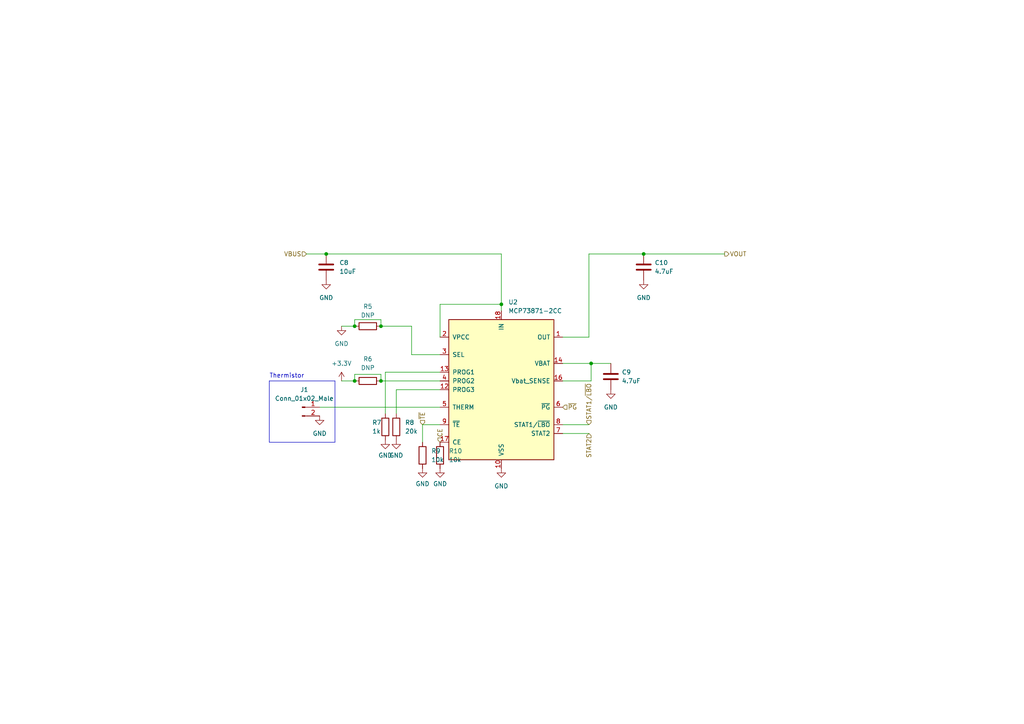
<source format=kicad_sch>
(kicad_sch (version 20230121) (generator eeschema)
  (paper "A4")
  (lib_symbols
    (symbol "Battery_Management:MCP73871-2CC" (pin_names (offset 1.016))
      (property "Reference" "U" (at -7.62 24.13 0))
      (property "Value" "MCP73871-2CC" (at -15.24 21.59 0))
      (symbol "MCP73871-2CC_0_1"
        (rectangle (start -15.24 20.32) (end 15.24 -20.32) (stroke (width 0.254)) (fill (type background)))
      )
      (symbol "MCP73871-2CC_1_1"
        (pin power_out line (at 17.78 15.24 180) (length 2.54) (name "OUT") (number "1"))
        (pin power_in line (at 0 -22.86 90) (length 2.54) (name "VSS") (number "10"))
        (pin passive line (at 0 -22.86 90) (length 2.54) hide (name "VSS") (number "11"))
        (pin bidirectional line (at -17.78 0 0) (length 2.54) (name "PROG3") (number "12"))
        (pin bidirectional line (at -17.78 5.08 0) (length 2.54) (name "PROG1") (number "13"))
        (pin power_out line (at 17.78 7.62 180) (length 2.54) (name "VBAT") (number "14"))
        (pin passive line (at 17.78 7.62 180) (length 2.54) hide (name "VBAT") (number "15"))
        (pin input line (at 17.78 2.54 180) (length 2.54) (name "Vbat_SENSE") (number "16"))
        (pin input line (at -17.78 -15.24 0) (length 2.54) (name "CE") (number "17"))
        (pin power_in line (at 0 22.86 270) (length 2.54) (name "IN") (number "18"))
        (pin passive line (at 0 22.86 270) (length 2.54) hide (name "IN") (number "19"))
        (pin input line (at -17.78 15.24 0) (length 2.54) (name "VPCC") (number "2"))
        (pin passive line (at 17.78 15.24 180) (length 2.54) hide (name "OUT") (number "20"))
        (pin passive line (at 0 -22.86 90) (length 2.54) hide (name "VSS") (number "21"))
        (pin input line (at -17.78 10.16 0) (length 2.54) (name "SEL") (number "3"))
        (pin input line (at -17.78 2.54 0) (length 2.54) (name "PROG2") (number "4"))
        (pin bidirectional line (at -17.78 -5.08 0) (length 2.54) (name "THERM") (number "5"))
        (pin open_collector line (at 17.78 -5.08 180) (length 2.54) (name "~{PG}") (number "6"))
        (pin open_collector line (at 17.78 -12.7 180) (length 2.54) (name "STAT2") (number "7"))
        (pin open_collector line (at 17.78 -10.16 180) (length 2.54) (name "STAT1/~{LBO}") (number "8"))
        (pin input line (at -17.78 -10.16 0) (length 2.54) (name "~{TE}") (number "9"))
      )
    )
    (symbol "Connector:Conn_01x02_Male" (pin_names (offset 1.016) hide)
      (property "Reference" "J" (at 0 2.54 0))
      (property "Value" "Conn_01x02_Male" (at 0 -5.08 0))
      (symbol "Conn_01x02_Male_1_1"
        (polyline (pts (xy 1.27 -2.54) (xy 0.8636 -2.54)) (stroke (width 0.1524)))
        (polyline (pts (xy 1.27 0) (xy 0.8636 0)) (stroke (width 0.1524)))
        (rectangle (start 0.8636 -2.413) (end 0 -2.667) (stroke (width 0.1524)) (fill (type outline)))
        (rectangle (start 0.8636 0.127) (end 0 -0.127) (stroke (width 0.1524)) (fill (type outline)))
        (pin passive line (at 5.08 0 180) (length 3.81) (name "Pin_1") (number "1"))
        (pin passive line (at 5.08 -2.54 180) (length 3.81) (name "Pin_2") (number "2"))
      )
    )
    (symbol "Device:C" (pin_numbers hide) (pin_names (offset 0.254))
      (property "Reference" "C" (at 0.635 2.54 0))
      (property "Value" "C" (at 0.635 -2.54 0))
      (symbol "C_0_1"
        (polyline (pts (xy -2.032 -0.762) (xy 2.032 -0.762)) (stroke (width 0.508)))
        (polyline (pts (xy -2.032 0.762) (xy 2.032 0.762)) (stroke (width 0.508)))
      )
      (symbol "C_1_1"
        (pin passive line (at 0 3.81 270) (length 2.794) (name "~") (number "1"))
        (pin passive line (at 0 -3.81 90) (length 2.794) (name "~") (number "2"))
      )
    )
    (symbol "Device:R" (pin_numbers hide) (pin_names (offset 0))
      (property "Reference" "R" (at 2.032 0 90))
      (property "Value" "R" (at 0 0 90))
      (symbol "R_0_1"
        (rectangle (start -1.016 -2.54) (end 1.016 2.54) (stroke (width 0.254)))
      )
      (symbol "R_1_1"
        (pin passive line (at 0 3.81 270) (length 1.27) (name "~") (number "1"))
        (pin passive line (at 0 -3.81 90) (length 1.27) (name "~") (number "2"))
      )
    )
    (symbol "power:+3.3V" (power) (pin_names (offset 0))
      (property "Value" "+3.3V" (at 0 3.556 0))
      (symbol "+3.3V_0_1"
        (polyline (pts (xy -0.762 1.27) (xy 0 2.54)))
        (polyline (pts (xy 0 0) (xy 0 2.54)))
        (polyline (pts (xy 0 2.54) (xy 0.762 1.27)))
      )
      (symbol "+3.3V_1_1"
        (pin power_in line (at 0 0 90) (length 0) hide (name "+3.3V") (number "1"))
      )
    )
    (symbol "power:GND" (power) (pin_names (offset 0))
      (property "Value" "GND" (at 0 -3.81 0))
      (symbol "GND_0_1"
        (polyline (pts (xy 0 0) (xy 0 -1.27) (xy 1.27 -1.27) (xy 0 -2.54) (xy -1.27 -1.27) (xy 0 -1.27)))
      )
      (symbol "GND_1_1"
        (pin power_in line (at 0 0 270) (length 0) hide (name "GND") (number "1"))
      )
    )
  )
  (junction (at 94.615 73.66))
  (junction (at 145.415 88.265))
  (junction (at 102.87 110.49))
  (junction (at 186.69 73.66))
  (junction (at 110.49 110.49))
  (junction (at 110.49 94.615))
  (junction (at 171.45 105.41))
  (junction (at 102.87 94.615))
  (wire (pts (xy 99.06 94.615) (xy 102.87 94.615)))
  (wire (pts (xy 127.635 97.79) (xy 127.635 88.265)))
  (wire (pts (xy 171.45 105.41) (xy 177.165 105.41)))
  (wire (pts (xy 145.415 73.66) (xy 145.415 88.265)))
  (wire (pts (xy 127.635 88.265) (xy 145.415 88.265)))
  (wire (pts (xy 102.87 108.585) (xy 102.87 110.49)))
  (wire (pts (xy 110.49 94.615) (xy 119.38 94.615)))
  (wire (pts (xy 110.49 110.49) (xy 127.635 110.49)))
  (wire (pts (xy 110.49 94.615) (xy 110.49 92.71)))
  (wire (pts (xy 119.38 102.87) (xy 119.38 94.615)))
  (wire (pts (xy 99.06 110.49) (xy 102.87 110.49)))
  (polyline (pts (xy 97.155 128.27) (xy 78.105 128.27)))
  (wire (pts (xy 111.76 107.95) (xy 111.76 120.015)))
  (wire (pts (xy 110.49 108.585) (xy 102.87 108.585)))
  (polyline (pts (xy 78.105 110.49) (xy 97.155 110.49)))
  (wire (pts (xy 163.195 97.79) (xy 170.815 97.79)))
  (wire (pts (xy 122.555 123.19) (xy 127.635 123.19)))
  (wire (pts (xy 110.49 92.71) (xy 102.87 92.71)))
  (wire (pts (xy 102.87 92.71) (xy 102.87 94.615)))
  (wire (pts (xy 170.815 73.66) (xy 186.69 73.66)))
  (wire (pts (xy 170.815 97.79) (xy 170.815 73.66)))
  (wire (pts (xy 127.635 102.87) (xy 119.38 102.87)))
  (wire (pts (xy 210.185 73.66) (xy 186.69 73.66)))
  (wire (pts (xy 170.815 123.19) (xy 163.195 123.19)))
  (wire (pts (xy 94.615 73.66) (xy 145.415 73.66)))
  (wire (pts (xy 92.71 118.11) (xy 127.635 118.11)))
  (polyline (pts (xy 97.155 110.49) (xy 97.155 128.27)))
  (wire (pts (xy 122.555 128.27) (xy 122.555 123.19)))
  (wire (pts (xy 127.635 107.95) (xy 111.76 107.95)))
  (wire (pts (xy 88.9 73.66) (xy 94.615 73.66)))
  (wire (pts (xy 163.195 110.49) (xy 171.45 110.49)))
  (wire (pts (xy 171.45 110.49) (xy 171.45 105.41)))
  (wire (pts (xy 145.415 88.265) (xy 145.415 90.17)))
  (wire (pts (xy 163.195 105.41) (xy 171.45 105.41)))
  (wire (pts (xy 110.49 110.49) (xy 110.49 108.585)))
  (wire (pts (xy 170.815 125.73) (xy 163.195 125.73)))
  (polyline (pts (xy 78.105 110.49) (xy 78.105 128.27)))
  (wire (pts (xy 114.935 113.03) (xy 114.935 120.015)))
  (wire (pts (xy 127.635 113.03) (xy 114.935 113.03)))
  (text "Thermistor" (at 78.105 109.855 0) (effects (font (size 1.27 1.27)) (justify left bottom)))
  (hierarchical_label "STAT2" (shape input) (at 170.815 125.73 270))
  (hierarchical_label "~{TE}" (shape input) (at 122.555 123.19 90))
  (hierarchical_label "~{PG}" (shape input) (at 163.195 118.11 0))
  (hierarchical_label "STAT1{slash}~{LBO}" (shape input) (at 170.815 123.19 90))
  (hierarchical_label "VBUS" (shape input) (at 88.9 73.66 180))
  (hierarchical_label "VOUT" (shape output) (at 210.185 73.66 0))
  (hierarchical_label "CE" (shape input) (at 127.635 128.27 90))
  (symbol (lib_id "Battery_Management:MCP73871-2CC") (at 145.415 113.03 0) (unit 1)
    (property "Reference" "U2" (at 147.4344 87.63 0) (effects (justify left)))
    (property "Value" "MCP73871-2CC" (at 147.4344 90.17 0) (effects (justify left)))
    (property "Footprint" "Package_DFN_QFN:QFN-20-1EP_4x4mm_P0.5mm_EP2.5x2.5mm" (effects hide))
    (property "Datasheet" "http://www.mouser.com/ds/2/268/22090a-52174.pdf" (effects hide))
    (property "LCSC" "C511310" (effects hide))
    (instances (project "keyboard_rev1" (path "" (reference "U2") (unit 1))) (project "ha_esp_remote" (path "" (reference "U1") (unit 1))))
  )
  (symbol (lib_id "Device:R") (at 111.76 123.825 180) (unit 1)
    (property "Reference" "R7" (at 107.95 122.555 0) (effects (justify right)))
    (property "Value" "1k" (at 107.95 125.095 0) (effects (justify right)))
    (property "Footprint" "Resistor_SMD:R_0603_1608Metric" (effects hide))
    (property "LCSC" "C21190" (effects hide))
    (instances (project "keyboard_rev1" (path "" (reference "R7") (unit 1))) (project "ha_esp_remote" (path "" (reference "R21") (unit 1))))
  )
  (symbol (lib_id "Device:R") (at 106.68 94.615 90) (unit 1)
    (property "Reference" "R5" (at 106.68 88.9 90))
    (property "Value" "DNP" (at 106.68 91.44 90))
    (property "Footprint" "Resistor_SMD:R_0603_1608Metric" (effects hide))
    (instances (project "keyboard_rev1" (path "" (reference "R5") (unit 1))) (project "ha_esp_remote" (path "" (reference "R19") (unit 1))))
  )
  (symbol (lib_id "power:GND") (at 186.69 81.28 0) (unit 1)
    (property "Reference" "#PWR017" (effects hide))
    (property "Value" "GND" (at 186.69 86.36 0))
    (instances (project "keyboard_rev1" (path "" (reference "#PWR017") (unit 1))) (project "ha_esp_remote" (path "" (reference "#PWR0116") (unit 1))))
  )
  (symbol (lib_id "Device:R") (at 114.935 123.825 180) (unit 1)
    (property "Reference" "R8" (at 117.475 122.5549 0) (effects (justify right)))
    (property "Value" "20k" (at 117.475 125.0949 0) (effects (justify right)))
    (property "Footprint" "Resistor_SMD:R_0603_1608Metric" (effects hide))
    (property "LCSC" "C4184" (effects hide))
    (instances (project "keyboard_rev1" (path "" (reference "R8") (unit 1))) (project "ha_esp_remote" (path "" (reference "R22") (unit 1))))
  )
  (symbol (lib_id "Device:R") (at 122.555 132.08 180) (unit 1)
    (property "Reference" "R9" (at 125.095 130.8099 0) (effects (justify right)))
    (property "Value" "10k" (at 125.095 133.3499 0) (effects (justify right)))
    (property "Footprint" "Resistor_SMD:R_0603_1608Metric" (effects hide))
    (property "LCSC" "C25804" (effects hide))
    (instances (project "keyboard_rev1" (path "" (reference "R9") (unit 1))) (project "ha_esp_remote" (path "" (reference "R35") (unit 1))))
  )
  (symbol (lib_id "power:GND") (at 111.76 127.635 0) (unit 1)
    (property "Reference" "#PWR011" (effects hide))
    (property "Value" "GND" (at 111.76 132.08 0))
    (instances (project "keyboard_rev1" (path "" (reference "#PWR011") (unit 1))) (project "ha_esp_remote" (path "" (reference "#PWR0119") (unit 1))))
  )
  (symbol (lib_id "power:GND") (at 94.615 81.28 0) (unit 1)
    (property "Reference" "#PWR08" (effects hide))
    (property "Value" "GND" (at 94.615 86.36 0))
    (instances (project "keyboard_rev1" (path "" (reference "#PWR08") (unit 1))) (project "ha_esp_remote" (path "" (reference "#PWR0118") (unit 1))))
  )
  (symbol (lib_id "Device:C") (at 186.69 77.47 0) (unit 1)
    (property "Reference" "C10" (at 189.865 76.1999 0) (effects (justify left)))
    (property "Value" "4.7uF" (at 189.865 78.7399 0) (effects (justify left)))
    (property "Footprint" "Capacitor_SMD:C_0603_1608Metric" (effects hide))
    (property "LCSC" "C1705" (effects hide))
    (instances (project "keyboard_rev1" (path "" (reference "C10") (unit 1))) (project "ha_esp_remote" (path "" (reference "C3") (unit 1))))
  )
  (symbol (lib_id "power:GND") (at 114.935 127.635 0) (unit 1)
    (property "Reference" "#PWR012" (effects hide))
    (property "Value" "GND" (at 114.935 132.08 0))
    (instances (project "keyboard_rev1" (path "" (reference "#PWR012") (unit 1))) (project "ha_esp_remote" (path "" (reference "#PWR0120") (unit 1))))
  )
  (symbol (lib_id "power:GND") (at 99.06 94.615 0) (unit 1)
    (property "Reference" "#PWR09" (effects hide))
    (property "Value" "GND" (at 99.06 99.695 0))
    (instances (project "keyboard_rev1" (path "" (reference "#PWR09") (unit 1))) (project "ha_esp_remote" (path "" (reference "#PWR0134") (unit 1))))
  )
  (symbol (lib_id "power:GND") (at 145.415 135.89 0) (unit 1)
    (property "Reference" "#PWR015" (effects hide))
    (property "Value" "GND" (at 145.415 140.97 0))
    (instances (project "keyboard_rev1" (path "" (reference "#PWR015") (unit 1))) (project "ha_esp_remote" (path "" (reference "#PWR0137") (unit 1))))
  )
  (symbol (lib_id "Device:C") (at 94.615 77.47 0) (unit 1)
    (property "Reference" "C8" (at 98.425 76.1999 0) (effects (justify left)))
    (property "Value" "10uF" (at 98.425 78.7399 0) (effects (justify left)))
    (property "Footprint" "Capacitor_SMD:C_0603_1608Metric" (effects hide))
    (property "LCSC" "C19702" (effects hide))
    (instances (project "keyboard_rev1" (path "" (reference "C8") (unit 1))) (project "ha_esp_remote" (path "" (reference "C1") (unit 1))))
  )
  (symbol (lib_id "power:+3.3V") (at 99.06 110.49 0) (unit 1)
    (property "Reference" "#PWR010" (effects hide))
    (property "Value" "+3.3V" (at 99.06 105.41 0))
    (instances (project "keyboard_rev1" (path "" (reference "#PWR010") (unit 1))) (project "ha_esp_remote" (path "" (reference "#PWR0121") (unit 1))))
  )
  (symbol (lib_id "Device:R") (at 106.68 110.49 90) (unit 1)
    (property "Reference" "R6" (at 106.68 104.14 90))
    (property "Value" "DNP" (at 106.68 106.68 90))
    (property "Footprint" "Resistor_SMD:R_0603_1608Metric" (effects hide))
    (instances (project "keyboard_rev1" (path "" (reference "R6") (unit 1))) (project "ha_esp_remote" (path "" (reference "R20") (unit 1))))
  )
  (symbol (lib_id "power:GND") (at 122.555 135.89 0) (unit 1)
    (property "Reference" "#PWR013" (effects hide))
    (property "Value" "GND" (at 122.555 140.335 0))
    (instances (project "keyboard_rev1" (path "" (reference "#PWR013") (unit 1))) (project "ha_esp_remote" (path "" (reference "#PWR0136") (unit 1))))
  )
  (symbol (lib_id "Connector:Conn_01x02_Male") (at 87.63 118.11 0) (unit 1) (in_bom no)
    (property "Reference" "J1" (at 88.265 113.03 0))
    (property "Value" "Conn_01x02_Male" (at 88.265 115.57 0))
    (property "Footprint" "Connector_PinHeader_2.54mm:PinHeader_1x02_P2.54mm_Vertical" (effects hide))
    (instances (project "keyboard_rev1" (path "" (reference "J1") (unit 1))) (project "ha_esp_remote" (path "" (reference "J6") (unit 1))))
  )
  (symbol (lib_id "Device:C") (at 177.165 109.22 0) (unit 1)
    (property "Reference" "C9" (at 180.34 107.9499 0) (effects (justify left)))
    (property "Value" "4.7uF" (at 180.34 110.4899 0) (effects (justify left)))
    (property "Footprint" "Capacitor_SMD:C_0603_1608Metric" (effects hide))
    (property "LCSC" "C1705" (effects hide))
    (instances (project "keyboard_rev1" (path "" (reference "C9") (unit 1))) (project "ha_esp_remote" (path "" (reference "C2") (unit 1))))
  )
  (symbol (lib_id "power:GND") (at 127.635 135.89 0) (unit 1)
    (property "Reference" "#PWR014" (effects hide))
    (property "Value" "GND" (at 127.635 140.335 0))
    (instances (project "keyboard_rev1" (path "" (reference "#PWR014") (unit 1))) (project "ha_esp_remote" (path "" (reference "#PWR0135") (unit 1))))
  )
  (symbol (lib_id "power:GND") (at 177.165 113.03 0) (unit 1)
    (property "Reference" "#PWR016" (effects hide))
    (property "Value" "GND" (at 177.165 118.11 0))
    (instances (project "keyboard_rev1" (path "" (reference "#PWR016") (unit 1))) (project "ha_esp_remote" (path "" (reference "#PWR0117") (unit 1))))
  )
  (symbol (lib_id "Device:R") (at 127.635 132.08 180) (unit 1)
    (property "Reference" "R10" (at 130.175 130.8099 0) (effects (justify right)))
    (property "Value" "10k" (at 130.175 133.3499 0) (effects (justify right)))
    (property "Footprint" "Resistor_SMD:R_0603_1608Metric" (effects hide))
    (property "LCSC" "C25804" (effects hide))
    (instances (project "keyboard_rev1" (path "" (reference "R10") (unit 1))) (project "ha_esp_remote" (path "" (reference "R36") (unit 1))))
  )
  (symbol (lib_id "power:GND") (at 92.71 120.65 0) (unit 1)
    (property "Reference" "#PWR07" (effects hide))
    (property "Value" "GND" (at 92.71 125.73 0))
    (instances (project "keyboard_rev1" (path "" (reference "#PWR07") (unit 1))) (project "ha_esp_remote" (path "" (reference "#PWR0115") (unit 1))))
  )
)
</source>
